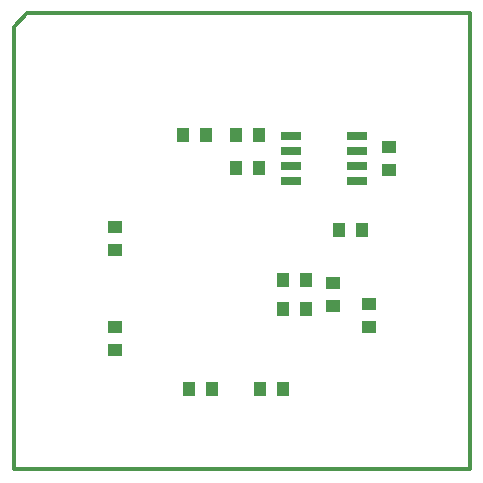
<source format=gbp>
G04 Layer_Color=128*
%FSLAX44Y44*%
%MOMM*%
G71*
G01*
G75*
%ADD14C,0.3500*%
%ADD18R,1.0000X1.3000*%
%ADD19R,1.3000X1.0000*%
%ADD20R,1.7500X0.6500*%
D14*
X-193040Y181610D02*
X-181610Y193040D01*
X193040D01*
Y-193040D02*
Y193040D01*
X-193040Y-193040D02*
X193040D01*
X-193040D02*
Y181610D01*
D18*
X14750Y62500D02*
D03*
X-4750D02*
D03*
X54750Y-57500D02*
D03*
X35250D02*
D03*
X54750Y-32500D02*
D03*
X35250D02*
D03*
X-44750Y-125000D02*
D03*
X-25250D02*
D03*
X15250D02*
D03*
X34750D02*
D03*
X102250Y10000D02*
D03*
X82750D02*
D03*
X-4750Y90000D02*
D03*
X14750D02*
D03*
X-30250D02*
D03*
X-49750D02*
D03*
D19*
X125000Y60250D02*
D03*
Y79750D02*
D03*
X77500Y-35250D02*
D03*
Y-54750D02*
D03*
X-107500Y12250D02*
D03*
Y-7250D02*
D03*
Y-72750D02*
D03*
Y-92250D02*
D03*
X107500Y-72250D02*
D03*
Y-52750D02*
D03*
D20*
X98000Y76350D02*
D03*
Y63650D02*
D03*
Y50950D02*
D03*
X42000Y89050D02*
D03*
Y76350D02*
D03*
Y63650D02*
D03*
Y50950D02*
D03*
X98000Y89050D02*
D03*
M02*

</source>
